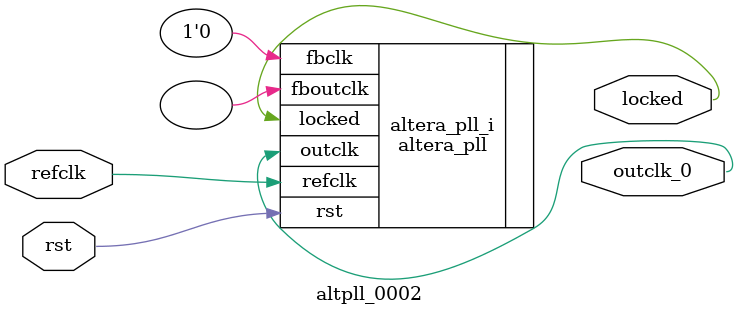
<source format=v>
`timescale 1ns/10ps
module  altpll_0002(

	// interface 'refclk'
	input wire refclk,

	// interface 'reset'
	input wire rst,

	// interface 'outclk0'
	output wire outclk_0,

	// interface 'locked'
	output wire locked
);

	altera_pll #(
		.fractional_vco_multiplier("false"),
		.reference_clock_frequency("50.0 MHz"),
		.operation_mode("normal"),
		.number_of_clocks(1),
		.output_clock_frequency0("106.000000 MHz"),
		.phase_shift0("0 ps"),
		.duty_cycle0(50),
		.output_clock_frequency1("0 MHz"),
		.phase_shift1("0 ps"),
		.duty_cycle1(50),
		.output_clock_frequency2("0 MHz"),
		.phase_shift2("0 ps"),
		.duty_cycle2(50),
		.output_clock_frequency3("0 MHz"),
		.phase_shift3("0 ps"),
		.duty_cycle3(50),
		.output_clock_frequency4("0 MHz"),
		.phase_shift4("0 ps"),
		.duty_cycle4(50),
		.output_clock_frequency5("0 MHz"),
		.phase_shift5("0 ps"),
		.duty_cycle5(50),
		.output_clock_frequency6("0 MHz"),
		.phase_shift6("0 ps"),
		.duty_cycle6(50),
		.output_clock_frequency7("0 MHz"),
		.phase_shift7("0 ps"),
		.duty_cycle7(50),
		.output_clock_frequency8("0 MHz"),
		.phase_shift8("0 ps"),
		.duty_cycle8(50),
		.output_clock_frequency9("0 MHz"),
		.phase_shift9("0 ps"),
		.duty_cycle9(50),
		.output_clock_frequency10("0 MHz"),
		.phase_shift10("0 ps"),
		.duty_cycle10(50),
		.output_clock_frequency11("0 MHz"),
		.phase_shift11("0 ps"),
		.duty_cycle11(50),
		.output_clock_frequency12("0 MHz"),
		.phase_shift12("0 ps"),
		.duty_cycle12(50),
		.output_clock_frequency13("0 MHz"),
		.phase_shift13("0 ps"),
		.duty_cycle13(50),
		.output_clock_frequency14("0 MHz"),
		.phase_shift14("0 ps"),
		.duty_cycle14(50),
		.output_clock_frequency15("0 MHz"),
		.phase_shift15("0 ps"),
		.duty_cycle15(50),
		.output_clock_frequency16("0 MHz"),
		.phase_shift16("0 ps"),
		.duty_cycle16(50),
		.output_clock_frequency17("0 MHz"),
		.phase_shift17("0 ps"),
		.duty_cycle17(50),
		.pll_type("General"),
		.pll_subtype("General")
	) altera_pll_i (
		.rst	(rst),
		.outclk	({outclk_0}),
		.locked	(locked),
		.fboutclk	( ),
		.fbclk	(1'b0),
		.refclk	(refclk)
	);
endmodule


</source>
